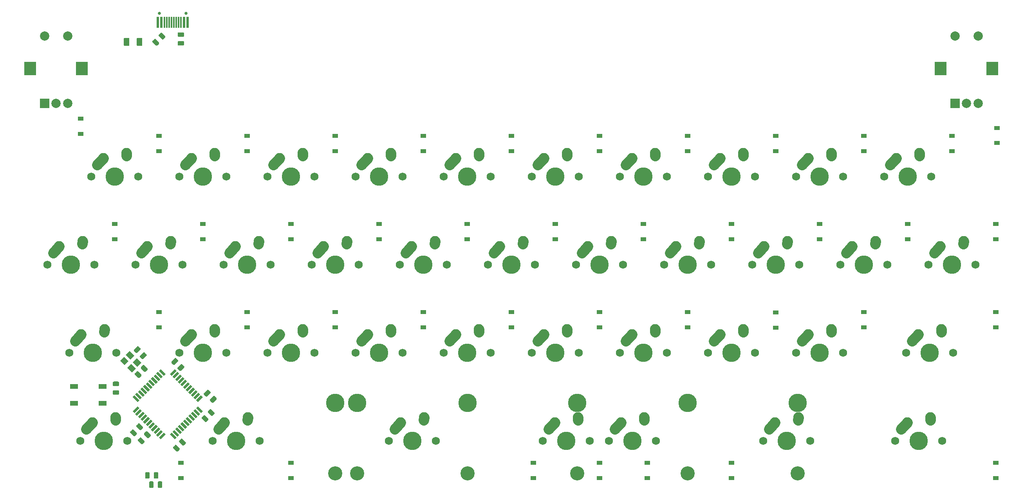
<source format=gbr>
G04 #@! TF.GenerationSoftware,KiCad,Pcbnew,(5.1.5)-3*
G04 #@! TF.CreationDate,2020-09-23T00:09:50-07:00*
G04 #@! TF.ProjectId,keyboard,6b657962-6f61-4726-942e-6b696361645f,rev?*
G04 #@! TF.SameCoordinates,Original*
G04 #@! TF.FileFunction,Soldermask,Bot*
G04 #@! TF.FilePolarity,Negative*
%FSLAX46Y46*%
G04 Gerber Fmt 4.6, Leading zero omitted, Abs format (unit mm)*
G04 Created by KiCad (PCBNEW (5.1.5)-3) date 2020-09-23 00:09:50*
%MOMM*%
%LPD*%
G04 APERTURE LIST*
%ADD10R,2.000000X2.000000*%
%ADD11C,2.000000*%
%ADD12R,2.500000X3.000000*%
%ADD13R,1.200000X0.900000*%
%ADD14C,0.100000*%
%ADD15C,2.250000*%
%ADD16C,2.250000*%
%ADD17C,3.987800*%
%ADD18C,1.750000*%
%ADD19C,3.048000*%
%ADD20C,0.650000*%
%ADD21R,0.300000X2.450000*%
%ADD22R,0.600000X2.450000*%
%ADD23R,1.800000X1.100000*%
G04 APERTURE END LIST*
D10*
X141962500Y16668750D03*
D11*
X144462500Y16668750D03*
X146962500Y16668750D03*
D12*
X138862500Y24168750D03*
X150062500Y24168750D03*
D11*
X141962500Y31168750D03*
X146962500Y31168750D03*
D13*
X347875000Y11350000D03*
X347875000Y8050000D03*
X149800000Y13325000D03*
X149800000Y10025000D03*
D10*
X338812500Y16668750D03*
D11*
X341312500Y16668750D03*
X343812500Y16668750D03*
D12*
X335712500Y24168750D03*
X346912500Y24168750D03*
D11*
X338812500Y31168750D03*
X343812500Y31168750D03*
D14*
G36*
X170298326Y-38417873D02*
G01*
X170321987Y-38421383D01*
X170345191Y-38427195D01*
X170367713Y-38435253D01*
X170389337Y-38445481D01*
X170409854Y-38457778D01*
X170429067Y-38472028D01*
X170446791Y-38488092D01*
X170791506Y-38832807D01*
X170807570Y-38850531D01*
X170821820Y-38869744D01*
X170834117Y-38890261D01*
X170844345Y-38911885D01*
X170852403Y-38934407D01*
X170858215Y-38957611D01*
X170861725Y-38981272D01*
X170862899Y-39005164D01*
X170861725Y-39029056D01*
X170858215Y-39052717D01*
X170852403Y-39075921D01*
X170844345Y-39098443D01*
X170834117Y-39120067D01*
X170821820Y-39140584D01*
X170807570Y-39159797D01*
X170791506Y-39177521D01*
X170146271Y-39822756D01*
X170128547Y-39838820D01*
X170109334Y-39853070D01*
X170088817Y-39865367D01*
X170067193Y-39875595D01*
X170044671Y-39883653D01*
X170021467Y-39889465D01*
X169997806Y-39892975D01*
X169973914Y-39894149D01*
X169950022Y-39892975D01*
X169926361Y-39889465D01*
X169903157Y-39883653D01*
X169880635Y-39875595D01*
X169859011Y-39865367D01*
X169838494Y-39853070D01*
X169819281Y-39838820D01*
X169801557Y-39822756D01*
X169456842Y-39478041D01*
X169440778Y-39460317D01*
X169426528Y-39441104D01*
X169414231Y-39420587D01*
X169404003Y-39398963D01*
X169395945Y-39376441D01*
X169390133Y-39353237D01*
X169386623Y-39329576D01*
X169385449Y-39305684D01*
X169386623Y-39281792D01*
X169390133Y-39258131D01*
X169395945Y-39234927D01*
X169404003Y-39212405D01*
X169414231Y-39190781D01*
X169426528Y-39170264D01*
X169440778Y-39151051D01*
X169456842Y-39133327D01*
X170102077Y-38488092D01*
X170119801Y-38472028D01*
X170139014Y-38457778D01*
X170159531Y-38445481D01*
X170181155Y-38435253D01*
X170203677Y-38427195D01*
X170226881Y-38421383D01*
X170250542Y-38417873D01*
X170274434Y-38416699D01*
X170298326Y-38417873D01*
G37*
G36*
X171624152Y-39743699D02*
G01*
X171647813Y-39747209D01*
X171671017Y-39753021D01*
X171693539Y-39761079D01*
X171715163Y-39771307D01*
X171735680Y-39783604D01*
X171754893Y-39797854D01*
X171772617Y-39813918D01*
X172117332Y-40158633D01*
X172133396Y-40176357D01*
X172147646Y-40195570D01*
X172159943Y-40216087D01*
X172170171Y-40237711D01*
X172178229Y-40260233D01*
X172184041Y-40283437D01*
X172187551Y-40307098D01*
X172188725Y-40330990D01*
X172187551Y-40354882D01*
X172184041Y-40378543D01*
X172178229Y-40401747D01*
X172170171Y-40424269D01*
X172159943Y-40445893D01*
X172147646Y-40466410D01*
X172133396Y-40485623D01*
X172117332Y-40503347D01*
X171472097Y-41148582D01*
X171454373Y-41164646D01*
X171435160Y-41178896D01*
X171414643Y-41191193D01*
X171393019Y-41201421D01*
X171370497Y-41209479D01*
X171347293Y-41215291D01*
X171323632Y-41218801D01*
X171299740Y-41219975D01*
X171275848Y-41218801D01*
X171252187Y-41215291D01*
X171228983Y-41209479D01*
X171206461Y-41201421D01*
X171184837Y-41191193D01*
X171164320Y-41178896D01*
X171145107Y-41164646D01*
X171127383Y-41148582D01*
X170782668Y-40803867D01*
X170766604Y-40786143D01*
X170752354Y-40766930D01*
X170740057Y-40746413D01*
X170729829Y-40724789D01*
X170721771Y-40702267D01*
X170715959Y-40679063D01*
X170712449Y-40655402D01*
X170711275Y-40631510D01*
X170712449Y-40607618D01*
X170715959Y-40583957D01*
X170721771Y-40560753D01*
X170729829Y-40538231D01*
X170740057Y-40516607D01*
X170752354Y-40496090D01*
X170766604Y-40476877D01*
X170782668Y-40459153D01*
X171427903Y-39813918D01*
X171445627Y-39797854D01*
X171464840Y-39783604D01*
X171485357Y-39771307D01*
X171506981Y-39761079D01*
X171529503Y-39753021D01*
X171552707Y-39747209D01*
X171576368Y-39743699D01*
X171600260Y-39742525D01*
X171624152Y-39743699D01*
G37*
D15*
X178712500Y-32806250D02*
X178752500Y-32226250D01*
D16*
X178752500Y-32226250D03*
D15*
X172402500Y-34766250D02*
X173712502Y-33306250D01*
D17*
X176212500Y-37306250D03*
D16*
X173712500Y-33306250D03*
D18*
X171132500Y-37306250D03*
X181292500Y-37306250D03*
D15*
X254912500Y5293750D02*
X254952500Y5873750D01*
D16*
X254952500Y5873750D03*
D15*
X248602500Y3333750D02*
X249912502Y4793750D01*
D17*
X252412500Y793750D03*
D16*
X249912500Y4793750D03*
D18*
X247332500Y793750D03*
X257492500Y793750D03*
D15*
X197762500Y-32806250D02*
X197802500Y-32226250D01*
D16*
X197802500Y-32226250D03*
D15*
X191452500Y-34766250D02*
X192762502Y-33306250D01*
D17*
X195262500Y-37306250D03*
D16*
X192762500Y-33306250D03*
D18*
X190182500Y-37306250D03*
X200342500Y-37306250D03*
D15*
X178712500Y5293750D02*
X178752500Y5873750D01*
D16*
X178752500Y5873750D03*
D15*
X172402500Y3333750D02*
X173712502Y4793750D01*
D17*
X176212500Y793750D03*
D16*
X173712500Y4793750D03*
D18*
X171132500Y793750D03*
X181292500Y793750D03*
D15*
X235862500Y-32806250D02*
X235902500Y-32226250D01*
D16*
X235902500Y-32226250D03*
D15*
X229552500Y-34766250D02*
X230862502Y-33306250D01*
D17*
X233362500Y-37306250D03*
D16*
X230862500Y-33306250D03*
D18*
X228282500Y-37306250D03*
X238442500Y-37306250D03*
D15*
X273962500Y5293750D02*
X274002500Y5873750D01*
D16*
X274002500Y5873750D03*
D15*
X267652500Y3333750D02*
X268962502Y4793750D01*
D17*
X271462500Y793750D03*
D16*
X268962500Y4793750D03*
D18*
X266382500Y793750D03*
X276542500Y793750D03*
D15*
X150137500Y-13756250D02*
X150177500Y-13176250D01*
D16*
X150177500Y-13176250D03*
D15*
X143827500Y-15716250D02*
X145137502Y-14256250D01*
D17*
X147637500Y-18256250D03*
D16*
X145137500Y-14256250D03*
D18*
X142557500Y-18256250D03*
X152717500Y-18256250D03*
D15*
X235862500Y5293750D02*
X235902500Y5873750D01*
D16*
X235902500Y5873750D03*
D15*
X229552500Y3333750D02*
X230862502Y4793750D01*
D17*
X233362500Y793750D03*
D16*
X230862500Y4793750D03*
D18*
X228282500Y793750D03*
X238442500Y793750D03*
D15*
X185856250Y-51856250D02*
X185896250Y-51276250D01*
D16*
X185896250Y-51276250D03*
D15*
X179546250Y-53816250D02*
X180856252Y-52356250D01*
D17*
X183356250Y-56356250D03*
D16*
X180856250Y-52356250D03*
D18*
X178276250Y-56356250D03*
X188436250Y-56356250D03*
D15*
X223956250Y-51856250D02*
X223996250Y-51276250D01*
D16*
X223996250Y-51276250D03*
D15*
X217646250Y-53816250D02*
X218956252Y-52356250D01*
D17*
X221456250Y-56356250D03*
D16*
X218956250Y-52356250D03*
D18*
X216376250Y-56356250D03*
X226536250Y-56356250D03*
D19*
X209518250Y-63341250D03*
X233394250Y-63341250D03*
D17*
X209518250Y-48101250D03*
X233394250Y-48101250D03*
D15*
X271581250Y-51856250D02*
X271621250Y-51276250D01*
D16*
X271621250Y-51276250D03*
D15*
X265271250Y-53816250D02*
X266581252Y-52356250D01*
D17*
X269081250Y-56356250D03*
D16*
X266581250Y-52356250D03*
D18*
X264001250Y-56356250D03*
X274161250Y-56356250D03*
D19*
X257143250Y-63341250D03*
X281019250Y-63341250D03*
D17*
X257143250Y-48101250D03*
X281019250Y-48101250D03*
D15*
X304918750Y-51856250D02*
X304958750Y-51276250D01*
D16*
X304958750Y-51276250D03*
D15*
X298608750Y-53816250D02*
X299918752Y-52356250D01*
D17*
X302418750Y-56356250D03*
D16*
X299918750Y-52356250D03*
D18*
X297338750Y-56356250D03*
X307498750Y-56356250D03*
D15*
X257293750Y-51856250D02*
X257333750Y-51276250D01*
D16*
X257333750Y-51276250D03*
D15*
X250983750Y-53816250D02*
X252293752Y-52356250D01*
D17*
X254793750Y-56356250D03*
D16*
X252293750Y-52356250D03*
D18*
X249713750Y-56356250D03*
X259873750Y-56356250D03*
D19*
X204793850Y-63341250D03*
X304793650Y-63341250D03*
D17*
X204793850Y-48101250D03*
X304793650Y-48101250D03*
D15*
X335875000Y-32806250D02*
X335915000Y-32226250D01*
D16*
X335915000Y-32226250D03*
D15*
X329565000Y-34766250D02*
X330875002Y-33306250D01*
D17*
X333375000Y-37306250D03*
D16*
X330875000Y-33306250D03*
D18*
X328295000Y-37306250D03*
X338455000Y-37306250D03*
D15*
X154900000Y-32806250D02*
X154940000Y-32226250D01*
D16*
X154940000Y-32226250D03*
D15*
X148590000Y-34766250D02*
X149900002Y-33306250D01*
D17*
X152400000Y-37306250D03*
D16*
X149900000Y-33306250D03*
D18*
X147320000Y-37306250D03*
X157480000Y-37306250D03*
D15*
X188237500Y-13756250D02*
X188277500Y-13176250D01*
D16*
X188277500Y-13176250D03*
D15*
X181927500Y-15716250D02*
X183237502Y-14256250D01*
D17*
X185737500Y-18256250D03*
D16*
X183237500Y-14256250D03*
D18*
X180657500Y-18256250D03*
X190817500Y-18256250D03*
D15*
X216812500Y5293750D02*
X216852500Y5873750D01*
D16*
X216852500Y5873750D03*
D15*
X210502500Y3333750D02*
X211812502Y4793750D01*
D17*
X214312500Y793750D03*
D16*
X211812500Y4793750D03*
D18*
X209232500Y793750D03*
X219392500Y793750D03*
D15*
X159662500Y5293750D02*
X159702500Y5873750D01*
D16*
X159702500Y5873750D03*
D15*
X153352500Y3333750D02*
X154662502Y4793750D01*
D17*
X157162500Y793750D03*
D16*
X154662500Y4793750D03*
D18*
X152082500Y793750D03*
X162242500Y793750D03*
D15*
X312062500Y-32806250D02*
X312102500Y-32226250D01*
D16*
X312102500Y-32226250D03*
D15*
X305752500Y-34766250D02*
X307062502Y-33306250D01*
D17*
X309562500Y-37306250D03*
D16*
X307062500Y-33306250D03*
D18*
X304482500Y-37306250D03*
X314642500Y-37306250D03*
D15*
X331112500Y5293750D02*
X331152500Y5873750D01*
D16*
X331152500Y5873750D03*
D15*
X324802500Y3333750D02*
X326112502Y4793750D01*
D17*
X328612500Y793750D03*
D16*
X326112500Y4793750D03*
D18*
X323532500Y793750D03*
X333692500Y793750D03*
D15*
X312062500Y5293750D02*
X312102500Y5873750D01*
D16*
X312102500Y5873750D03*
D15*
X305752500Y3333750D02*
X307062502Y4793750D01*
D17*
X309562500Y793750D03*
D16*
X307062500Y4793750D03*
D18*
X304482500Y793750D03*
X314642500Y793750D03*
D15*
X273962500Y-32806250D02*
X274002500Y-32226250D01*
D16*
X274002500Y-32226250D03*
D15*
X267652500Y-34766250D02*
X268962502Y-33306250D01*
D17*
X271462500Y-37306250D03*
D16*
X268962500Y-33306250D03*
D18*
X266382500Y-37306250D03*
X276542500Y-37306250D03*
D15*
X333493750Y-51856250D02*
X333533750Y-51276250D01*
D16*
X333533750Y-51276250D03*
D15*
X327183750Y-53816250D02*
X328493752Y-52356250D01*
D17*
X330993750Y-56356250D03*
D16*
X328493750Y-52356250D03*
D18*
X325913750Y-56356250D03*
X336073750Y-56356250D03*
D15*
X293012500Y-32806250D02*
X293052500Y-32226250D01*
D16*
X293052500Y-32226250D03*
D15*
X286702500Y-34766250D02*
X288012502Y-33306250D01*
D17*
X290512500Y-37306250D03*
D16*
X288012500Y-33306250D03*
D18*
X285432500Y-37306250D03*
X295592500Y-37306250D03*
D15*
X157281250Y-51856250D02*
X157321250Y-51276250D01*
D16*
X157321250Y-51276250D03*
D15*
X150971250Y-53816250D02*
X152281252Y-52356250D01*
D17*
X154781250Y-56356250D03*
D16*
X152281250Y-52356250D03*
D18*
X149701250Y-56356250D03*
X159861250Y-56356250D03*
D15*
X321587500Y-13756250D02*
X321627500Y-13176250D01*
D16*
X321627500Y-13176250D03*
D15*
X315277500Y-15716250D02*
X316587502Y-14256250D01*
D17*
X319087500Y-18256250D03*
D16*
X316587500Y-14256250D03*
D18*
X314007500Y-18256250D03*
X324167500Y-18256250D03*
D15*
X302537500Y-13756250D02*
X302577500Y-13176250D01*
D16*
X302577500Y-13176250D03*
D15*
X296227500Y-15716250D02*
X297537502Y-14256250D01*
D17*
X300037500Y-18256250D03*
D16*
X297537500Y-14256250D03*
D18*
X294957500Y-18256250D03*
X305117500Y-18256250D03*
D15*
X283487500Y-13756250D02*
X283527500Y-13176250D01*
D16*
X283527500Y-13176250D03*
D15*
X277177500Y-15716250D02*
X278487502Y-14256250D01*
D17*
X280987500Y-18256250D03*
D16*
X278487500Y-14256250D03*
D18*
X275907500Y-18256250D03*
X286067500Y-18256250D03*
D15*
X293012500Y5293750D02*
X293052500Y5873750D01*
D16*
X293052500Y5873750D03*
D15*
X286702500Y3333750D02*
X288012502Y4793750D01*
D17*
X290512500Y793750D03*
D16*
X288012500Y4793750D03*
D18*
X285432500Y793750D03*
X295592500Y793750D03*
D15*
X264437500Y-13756250D02*
X264477500Y-13176250D01*
D16*
X264477500Y-13176250D03*
D15*
X258127500Y-15716250D02*
X259437502Y-14256250D01*
D17*
X261937500Y-18256250D03*
D16*
X259437500Y-14256250D03*
D18*
X256857500Y-18256250D03*
X267017500Y-18256250D03*
D15*
X245387500Y-13756250D02*
X245427500Y-13176250D01*
D16*
X245427500Y-13176250D03*
D15*
X239077500Y-15716250D02*
X240387502Y-14256250D01*
D17*
X242887500Y-18256250D03*
D16*
X240387500Y-14256250D03*
D18*
X237807500Y-18256250D03*
X247967500Y-18256250D03*
D15*
X226337500Y-13756250D02*
X226377500Y-13176250D01*
D16*
X226377500Y-13176250D03*
D15*
X220027500Y-15716250D02*
X221337502Y-14256250D01*
D17*
X223837500Y-18256250D03*
D16*
X221337500Y-14256250D03*
D18*
X218757500Y-18256250D03*
X228917500Y-18256250D03*
D15*
X197762500Y5293750D02*
X197802500Y5873750D01*
D16*
X197802500Y5873750D03*
D15*
X191452500Y3333750D02*
X192762502Y4793750D01*
D17*
X195262500Y793750D03*
D16*
X192762500Y4793750D03*
D18*
X190182500Y793750D03*
X200342500Y793750D03*
D15*
X207287500Y-13756250D02*
X207327500Y-13176250D01*
D16*
X207327500Y-13176250D03*
D15*
X200977500Y-15716250D02*
X202287502Y-14256250D01*
D17*
X204787500Y-18256250D03*
D16*
X202287500Y-14256250D03*
D18*
X199707500Y-18256250D03*
X209867500Y-18256250D03*
D15*
X216812500Y-32806250D02*
X216852500Y-32226250D01*
D16*
X216852500Y-32226250D03*
D15*
X210502500Y-34766250D02*
X211812502Y-33306250D01*
D17*
X214312500Y-37306250D03*
D16*
X211812500Y-33306250D03*
D18*
X209232500Y-37306250D03*
X219392500Y-37306250D03*
D15*
X254912500Y-32806250D02*
X254952500Y-32226250D01*
D16*
X254952500Y-32226250D03*
D15*
X248602500Y-34766250D02*
X249912502Y-33306250D01*
D17*
X252412500Y-37306250D03*
D16*
X249912500Y-33306250D03*
D18*
X247332500Y-37306250D03*
X257492500Y-37306250D03*
D15*
X340637500Y-13756250D02*
X340677500Y-13176250D01*
D16*
X340677500Y-13176250D03*
D15*
X334327500Y-15716250D02*
X335637502Y-14256250D01*
D17*
X338137500Y-18256250D03*
D16*
X335637500Y-14256250D03*
D18*
X333057500Y-18256250D03*
X343217500Y-18256250D03*
D15*
X169187500Y-13756250D02*
X169227500Y-13176250D01*
D16*
X169227500Y-13176250D03*
D15*
X162877500Y-15716250D02*
X164187502Y-14256250D01*
D17*
X166687500Y-18256250D03*
D16*
X164187500Y-14256250D03*
D18*
X161607500Y-18256250D03*
X171767500Y-18256250D03*
D14*
G36*
X158301903Y-38952512D02*
G01*
X159150431Y-38103984D01*
X160140381Y-39093934D01*
X159291853Y-39942462D01*
X158301903Y-38952512D01*
G37*
G36*
X159857538Y-40508147D02*
G01*
X160706066Y-39659619D01*
X161696016Y-40649569D01*
X160847488Y-41498097D01*
X159857538Y-40508147D01*
G37*
G36*
X161059619Y-39306066D02*
G01*
X161908147Y-38457538D01*
X162898097Y-39447488D01*
X162049569Y-40296016D01*
X161059619Y-39306066D01*
G37*
G36*
X159503984Y-37750431D02*
G01*
X160352512Y-36901903D01*
X161342462Y-37891853D01*
X160493934Y-38740381D01*
X159503984Y-37750431D01*
G37*
D20*
X166800000Y36095000D03*
X172580000Y36095000D03*
D21*
X169440000Y34150000D03*
X169940000Y34150000D03*
X170440000Y34150000D03*
X168940000Y34150000D03*
X170940000Y34150000D03*
X168440000Y34150000D03*
X171440000Y34150000D03*
X167940000Y34150000D03*
D22*
X167240000Y34150000D03*
X172140000Y34150000D03*
X166465000Y34150000D03*
X172915000Y34150000D03*
D14*
G36*
X167062042Y-55983720D02*
G01*
X166673134Y-55594812D01*
X167733794Y-54534152D01*
X168122702Y-54923060D01*
X167062042Y-55983720D01*
G37*
G36*
X166496357Y-55418034D02*
G01*
X166107449Y-55029126D01*
X167168109Y-53968466D01*
X167557017Y-54357374D01*
X166496357Y-55418034D01*
G37*
G36*
X165930672Y-54852349D02*
G01*
X165541764Y-54463441D01*
X166602424Y-53402781D01*
X166991332Y-53791689D01*
X165930672Y-54852349D01*
G37*
G36*
X165364986Y-54286664D02*
G01*
X164976078Y-53897756D01*
X166036738Y-52837096D01*
X166425646Y-53226004D01*
X165364986Y-54286664D01*
G37*
G36*
X164799301Y-53720978D02*
G01*
X164410393Y-53332070D01*
X165471053Y-52271410D01*
X165859961Y-52660318D01*
X164799301Y-53720978D01*
G37*
G36*
X164233615Y-53155293D02*
G01*
X163844707Y-52766385D01*
X164905367Y-51705725D01*
X165294275Y-52094633D01*
X164233615Y-53155293D01*
G37*
G36*
X163667930Y-52589607D02*
G01*
X163279022Y-52200699D01*
X164339682Y-51140039D01*
X164728590Y-51528947D01*
X163667930Y-52589607D01*
G37*
G36*
X163102244Y-52023922D02*
G01*
X162713336Y-51635014D01*
X163773996Y-50574354D01*
X164162904Y-50963262D01*
X163102244Y-52023922D01*
G37*
G36*
X162536559Y-51458236D02*
G01*
X162147651Y-51069328D01*
X163208311Y-50008668D01*
X163597219Y-50397576D01*
X162536559Y-51458236D01*
G37*
G36*
X161970874Y-50892551D02*
G01*
X161581966Y-50503643D01*
X162642626Y-49442983D01*
X163031534Y-49831891D01*
X161970874Y-50892551D01*
G37*
G36*
X161405188Y-50326866D02*
G01*
X161016280Y-49937958D01*
X162076940Y-48877298D01*
X162465848Y-49266206D01*
X161405188Y-50326866D01*
G37*
G36*
X161016280Y-46862042D02*
G01*
X161405188Y-46473134D01*
X162465848Y-47533794D01*
X162076940Y-47922702D01*
X161016280Y-46862042D01*
G37*
G36*
X161581966Y-46296357D02*
G01*
X161970874Y-45907449D01*
X163031534Y-46968109D01*
X162642626Y-47357017D01*
X161581966Y-46296357D01*
G37*
G36*
X162147651Y-45730672D02*
G01*
X162536559Y-45341764D01*
X163597219Y-46402424D01*
X163208311Y-46791332D01*
X162147651Y-45730672D01*
G37*
G36*
X162713336Y-45164986D02*
G01*
X163102244Y-44776078D01*
X164162904Y-45836738D01*
X163773996Y-46225646D01*
X162713336Y-45164986D01*
G37*
G36*
X163279022Y-44599301D02*
G01*
X163667930Y-44210393D01*
X164728590Y-45271053D01*
X164339682Y-45659961D01*
X163279022Y-44599301D01*
G37*
G36*
X163844707Y-44033615D02*
G01*
X164233615Y-43644707D01*
X165294275Y-44705367D01*
X164905367Y-45094275D01*
X163844707Y-44033615D01*
G37*
G36*
X164410393Y-43467930D02*
G01*
X164799301Y-43079022D01*
X165859961Y-44139682D01*
X165471053Y-44528590D01*
X164410393Y-43467930D01*
G37*
G36*
X164976078Y-42902244D02*
G01*
X165364986Y-42513336D01*
X166425646Y-43573996D01*
X166036738Y-43962904D01*
X164976078Y-42902244D01*
G37*
G36*
X165541764Y-42336559D02*
G01*
X165930672Y-41947651D01*
X166991332Y-43008311D01*
X166602424Y-43397219D01*
X165541764Y-42336559D01*
G37*
G36*
X166107449Y-41770874D02*
G01*
X166496357Y-41381966D01*
X167557017Y-42442626D01*
X167168109Y-42831534D01*
X166107449Y-41770874D01*
G37*
G36*
X166673134Y-41205188D02*
G01*
X167062042Y-40816280D01*
X168122702Y-41876940D01*
X167733794Y-42265848D01*
X166673134Y-41205188D01*
G37*
G36*
X169466206Y-42265848D02*
G01*
X169077298Y-41876940D01*
X170137958Y-40816280D01*
X170526866Y-41205188D01*
X169466206Y-42265848D01*
G37*
G36*
X170031891Y-42831534D02*
G01*
X169642983Y-42442626D01*
X170703643Y-41381966D01*
X171092551Y-41770874D01*
X170031891Y-42831534D01*
G37*
G36*
X170597576Y-43397219D02*
G01*
X170208668Y-43008311D01*
X171269328Y-41947651D01*
X171658236Y-42336559D01*
X170597576Y-43397219D01*
G37*
G36*
X171163262Y-43962904D02*
G01*
X170774354Y-43573996D01*
X171835014Y-42513336D01*
X172223922Y-42902244D01*
X171163262Y-43962904D01*
G37*
G36*
X171728947Y-44528590D02*
G01*
X171340039Y-44139682D01*
X172400699Y-43079022D01*
X172789607Y-43467930D01*
X171728947Y-44528590D01*
G37*
G36*
X172294633Y-45094275D02*
G01*
X171905725Y-44705367D01*
X172966385Y-43644707D01*
X173355293Y-44033615D01*
X172294633Y-45094275D01*
G37*
G36*
X172860318Y-45659961D02*
G01*
X172471410Y-45271053D01*
X173532070Y-44210393D01*
X173920978Y-44599301D01*
X172860318Y-45659961D01*
G37*
G36*
X173426004Y-46225646D02*
G01*
X173037096Y-45836738D01*
X174097756Y-44776078D01*
X174486664Y-45164986D01*
X173426004Y-46225646D01*
G37*
G36*
X173991689Y-46791332D02*
G01*
X173602781Y-46402424D01*
X174663441Y-45341764D01*
X175052349Y-45730672D01*
X173991689Y-46791332D01*
G37*
G36*
X174557374Y-47357017D02*
G01*
X174168466Y-46968109D01*
X175229126Y-45907449D01*
X175618034Y-46296357D01*
X174557374Y-47357017D01*
G37*
G36*
X175123060Y-47922702D02*
G01*
X174734152Y-47533794D01*
X175794812Y-46473134D01*
X176183720Y-46862042D01*
X175123060Y-47922702D01*
G37*
G36*
X174734152Y-49266206D02*
G01*
X175123060Y-48877298D01*
X176183720Y-49937958D01*
X175794812Y-50326866D01*
X174734152Y-49266206D01*
G37*
G36*
X174168466Y-49831891D02*
G01*
X174557374Y-49442983D01*
X175618034Y-50503643D01*
X175229126Y-50892551D01*
X174168466Y-49831891D01*
G37*
G36*
X173602781Y-50397576D02*
G01*
X173991689Y-50008668D01*
X175052349Y-51069328D01*
X174663441Y-51458236D01*
X173602781Y-50397576D01*
G37*
G36*
X173037096Y-50963262D02*
G01*
X173426004Y-50574354D01*
X174486664Y-51635014D01*
X174097756Y-52023922D01*
X173037096Y-50963262D01*
G37*
G36*
X172471410Y-51528947D02*
G01*
X172860318Y-51140039D01*
X173920978Y-52200699D01*
X173532070Y-52589607D01*
X172471410Y-51528947D01*
G37*
G36*
X171905725Y-52094633D02*
G01*
X172294633Y-51705725D01*
X173355293Y-52766385D01*
X172966385Y-53155293D01*
X171905725Y-52094633D01*
G37*
G36*
X171340039Y-52660318D02*
G01*
X171728947Y-52271410D01*
X172789607Y-53332070D01*
X172400699Y-53720978D01*
X171340039Y-52660318D01*
G37*
G36*
X170774354Y-53226004D02*
G01*
X171163262Y-52837096D01*
X172223922Y-53897756D01*
X171835014Y-54286664D01*
X170774354Y-53226004D01*
G37*
G36*
X170208668Y-53791689D02*
G01*
X170597576Y-53402781D01*
X171658236Y-54463441D01*
X171269328Y-54852349D01*
X170208668Y-53791689D01*
G37*
G36*
X169642983Y-54357374D02*
G01*
X170031891Y-53968466D01*
X171092551Y-55029126D01*
X170703643Y-55418034D01*
X169642983Y-54357374D01*
G37*
G36*
X169077298Y-54923060D02*
G01*
X169466206Y-54534152D01*
X170526866Y-55594812D01*
X170137958Y-55983720D01*
X169077298Y-54923060D01*
G37*
D23*
X148300000Y-48250000D03*
X154500000Y-44550000D03*
X148300000Y-44550000D03*
X154500000Y-48250000D03*
D14*
G36*
X171920142Y32006326D02*
G01*
X171943803Y32002816D01*
X171967007Y31997004D01*
X171989529Y31988946D01*
X172011153Y31978718D01*
X172031670Y31966421D01*
X172050883Y31952171D01*
X172068607Y31936107D01*
X172084671Y31918383D01*
X172098921Y31899170D01*
X172111218Y31878653D01*
X172121446Y31857029D01*
X172129504Y31834507D01*
X172135316Y31811303D01*
X172138826Y31787642D01*
X172140000Y31763750D01*
X172140000Y31276250D01*
X172138826Y31252358D01*
X172135316Y31228697D01*
X172129504Y31205493D01*
X172121446Y31182971D01*
X172111218Y31161347D01*
X172098921Y31140830D01*
X172084671Y31121617D01*
X172068607Y31103893D01*
X172050883Y31087829D01*
X172031670Y31073579D01*
X172011153Y31061282D01*
X171989529Y31051054D01*
X171967007Y31042996D01*
X171943803Y31037184D01*
X171920142Y31033674D01*
X171896250Y31032500D01*
X170983750Y31032500D01*
X170959858Y31033674D01*
X170936197Y31037184D01*
X170912993Y31042996D01*
X170890471Y31051054D01*
X170868847Y31061282D01*
X170848330Y31073579D01*
X170829117Y31087829D01*
X170811393Y31103893D01*
X170795329Y31121617D01*
X170781079Y31140830D01*
X170768782Y31161347D01*
X170758554Y31182971D01*
X170750496Y31205493D01*
X170744684Y31228697D01*
X170741174Y31252358D01*
X170740000Y31276250D01*
X170740000Y31763750D01*
X170741174Y31787642D01*
X170744684Y31811303D01*
X170750496Y31834507D01*
X170758554Y31857029D01*
X170768782Y31878653D01*
X170781079Y31899170D01*
X170795329Y31918383D01*
X170811393Y31936107D01*
X170829117Y31952171D01*
X170848330Y31966421D01*
X170868847Y31978718D01*
X170890471Y31988946D01*
X170912993Y31997004D01*
X170936197Y32002816D01*
X170959858Y32006326D01*
X170983750Y32007500D01*
X171896250Y32007500D01*
X171920142Y32006326D01*
G37*
G36*
X171920142Y30131326D02*
G01*
X171943803Y30127816D01*
X171967007Y30122004D01*
X171989529Y30113946D01*
X172011153Y30103718D01*
X172031670Y30091421D01*
X172050883Y30077171D01*
X172068607Y30061107D01*
X172084671Y30043383D01*
X172098921Y30024170D01*
X172111218Y30003653D01*
X172121446Y29982029D01*
X172129504Y29959507D01*
X172135316Y29936303D01*
X172138826Y29912642D01*
X172140000Y29888750D01*
X172140000Y29401250D01*
X172138826Y29377358D01*
X172135316Y29353697D01*
X172129504Y29330493D01*
X172121446Y29307971D01*
X172111218Y29286347D01*
X172098921Y29265830D01*
X172084671Y29246617D01*
X172068607Y29228893D01*
X172050883Y29212829D01*
X172031670Y29198579D01*
X172011153Y29186282D01*
X171989529Y29176054D01*
X171967007Y29167996D01*
X171943803Y29162184D01*
X171920142Y29158674D01*
X171896250Y29157500D01*
X170983750Y29157500D01*
X170959858Y29158674D01*
X170936197Y29162184D01*
X170912993Y29167996D01*
X170890471Y29176054D01*
X170868847Y29186282D01*
X170848330Y29198579D01*
X170829117Y29212829D01*
X170811393Y29228893D01*
X170795329Y29246617D01*
X170781079Y29265830D01*
X170768782Y29286347D01*
X170758554Y29307971D01*
X170750496Y29330493D01*
X170744684Y29353697D01*
X170741174Y29377358D01*
X170740000Y29401250D01*
X170740000Y29888750D01*
X170741174Y29912642D01*
X170744684Y29936303D01*
X170750496Y29959507D01*
X170758554Y29982029D01*
X170768782Y30003653D01*
X170781079Y30024170D01*
X170795329Y30043383D01*
X170811393Y30061107D01*
X170829117Y30077171D01*
X170848330Y30091421D01*
X170868847Y30103718D01*
X170890471Y30113946D01*
X170912993Y30122004D01*
X170936197Y30127816D01*
X170959858Y30131326D01*
X170983750Y30132500D01*
X171896250Y30132500D01*
X171920142Y30131326D01*
G37*
G36*
X167213632Y31932551D02*
G01*
X167237293Y31929041D01*
X167260497Y31923229D01*
X167283019Y31915171D01*
X167304643Y31904943D01*
X167325160Y31892646D01*
X167344373Y31878396D01*
X167362097Y31862332D01*
X168007332Y31217097D01*
X168023396Y31199373D01*
X168037646Y31180160D01*
X168049943Y31159643D01*
X168060171Y31138019D01*
X168068229Y31115497D01*
X168074041Y31092293D01*
X168077551Y31068632D01*
X168078725Y31044740D01*
X168077551Y31020848D01*
X168074041Y30997187D01*
X168068229Y30973983D01*
X168060171Y30951461D01*
X168049943Y30929837D01*
X168037646Y30909320D01*
X168023396Y30890107D01*
X168007332Y30872383D01*
X167662617Y30527668D01*
X167644893Y30511604D01*
X167625680Y30497354D01*
X167605163Y30485057D01*
X167583539Y30474829D01*
X167561017Y30466771D01*
X167537813Y30460959D01*
X167514152Y30457449D01*
X167490260Y30456275D01*
X167466368Y30457449D01*
X167442707Y30460959D01*
X167419503Y30466771D01*
X167396981Y30474829D01*
X167375357Y30485057D01*
X167354840Y30497354D01*
X167335627Y30511604D01*
X167317903Y30527668D01*
X166672668Y31172903D01*
X166656604Y31190627D01*
X166642354Y31209840D01*
X166630057Y31230357D01*
X166619829Y31251981D01*
X166611771Y31274503D01*
X166605959Y31297707D01*
X166602449Y31321368D01*
X166601275Y31345260D01*
X166602449Y31369152D01*
X166605959Y31392813D01*
X166611771Y31416017D01*
X166619829Y31438539D01*
X166630057Y31460163D01*
X166642354Y31480680D01*
X166656604Y31499893D01*
X166672668Y31517617D01*
X167017383Y31862332D01*
X167035107Y31878396D01*
X167054320Y31892646D01*
X167074837Y31904943D01*
X167096461Y31915171D01*
X167118983Y31923229D01*
X167142187Y31929041D01*
X167165848Y31932551D01*
X167189740Y31933725D01*
X167213632Y31932551D01*
G37*
G36*
X165887806Y30606725D02*
G01*
X165911467Y30603215D01*
X165934671Y30597403D01*
X165957193Y30589345D01*
X165978817Y30579117D01*
X165999334Y30566820D01*
X166018547Y30552570D01*
X166036271Y30536506D01*
X166681506Y29891271D01*
X166697570Y29873547D01*
X166711820Y29854334D01*
X166724117Y29833817D01*
X166734345Y29812193D01*
X166742403Y29789671D01*
X166748215Y29766467D01*
X166751725Y29742806D01*
X166752899Y29718914D01*
X166751725Y29695022D01*
X166748215Y29671361D01*
X166742403Y29648157D01*
X166734345Y29625635D01*
X166724117Y29604011D01*
X166711820Y29583494D01*
X166697570Y29564281D01*
X166681506Y29546557D01*
X166336791Y29201842D01*
X166319067Y29185778D01*
X166299854Y29171528D01*
X166279337Y29159231D01*
X166257713Y29149003D01*
X166235191Y29140945D01*
X166211987Y29135133D01*
X166188326Y29131623D01*
X166164434Y29130449D01*
X166140542Y29131623D01*
X166116881Y29135133D01*
X166093677Y29140945D01*
X166071155Y29149003D01*
X166049531Y29159231D01*
X166029014Y29171528D01*
X166009801Y29185778D01*
X165992077Y29201842D01*
X165346842Y29847077D01*
X165330778Y29864801D01*
X165316528Y29884014D01*
X165304231Y29904531D01*
X165294003Y29926155D01*
X165285945Y29948677D01*
X165280133Y29971881D01*
X165276623Y29995542D01*
X165275449Y30019434D01*
X165276623Y30043326D01*
X165280133Y30066987D01*
X165285945Y30090191D01*
X165294003Y30112713D01*
X165304231Y30134337D01*
X165316528Y30154854D01*
X165330778Y30174067D01*
X165346842Y30191791D01*
X165691557Y30536506D01*
X165709281Y30552570D01*
X165728494Y30566820D01*
X165749011Y30579117D01*
X165770635Y30589345D01*
X165793157Y30597403D01*
X165816361Y30603215D01*
X165840022Y30606725D01*
X165863914Y30607899D01*
X165887806Y30606725D01*
G37*
G36*
X177311239Y-45287036D02*
G01*
X177334900Y-45290546D01*
X177358104Y-45296358D01*
X177380626Y-45304416D01*
X177402250Y-45314644D01*
X177422767Y-45326941D01*
X177441980Y-45341191D01*
X177459704Y-45357255D01*
X177804419Y-45701970D01*
X177820483Y-45719694D01*
X177834733Y-45738907D01*
X177847030Y-45759424D01*
X177857258Y-45781048D01*
X177865316Y-45803570D01*
X177871128Y-45826774D01*
X177874638Y-45850435D01*
X177875812Y-45874327D01*
X177874638Y-45898219D01*
X177871128Y-45921880D01*
X177865316Y-45945084D01*
X177857258Y-45967606D01*
X177847030Y-45989230D01*
X177834733Y-46009747D01*
X177820483Y-46028960D01*
X177804419Y-46046684D01*
X177159184Y-46691919D01*
X177141460Y-46707983D01*
X177122247Y-46722233D01*
X177101730Y-46734530D01*
X177080106Y-46744758D01*
X177057584Y-46752816D01*
X177034380Y-46758628D01*
X177010719Y-46762138D01*
X176986827Y-46763312D01*
X176962935Y-46762138D01*
X176939274Y-46758628D01*
X176916070Y-46752816D01*
X176893548Y-46744758D01*
X176871924Y-46734530D01*
X176851407Y-46722233D01*
X176832194Y-46707983D01*
X176814470Y-46691919D01*
X176469755Y-46347204D01*
X176453691Y-46329480D01*
X176439441Y-46310267D01*
X176427144Y-46289750D01*
X176416916Y-46268126D01*
X176408858Y-46245604D01*
X176403046Y-46222400D01*
X176399536Y-46198739D01*
X176398362Y-46174847D01*
X176399536Y-46150955D01*
X176403046Y-46127294D01*
X176408858Y-46104090D01*
X176416916Y-46081568D01*
X176427144Y-46059944D01*
X176439441Y-46039427D01*
X176453691Y-46020214D01*
X176469755Y-46002490D01*
X177114990Y-45357255D01*
X177132714Y-45341191D01*
X177151927Y-45326941D01*
X177172444Y-45314644D01*
X177194068Y-45304416D01*
X177216590Y-45296358D01*
X177239794Y-45290546D01*
X177263455Y-45287036D01*
X177287347Y-45285862D01*
X177311239Y-45287036D01*
G37*
G36*
X178637065Y-46612862D02*
G01*
X178660726Y-46616372D01*
X178683930Y-46622184D01*
X178706452Y-46630242D01*
X178728076Y-46640470D01*
X178748593Y-46652767D01*
X178767806Y-46667017D01*
X178785530Y-46683081D01*
X179130245Y-47027796D01*
X179146309Y-47045520D01*
X179160559Y-47064733D01*
X179172856Y-47085250D01*
X179183084Y-47106874D01*
X179191142Y-47129396D01*
X179196954Y-47152600D01*
X179200464Y-47176261D01*
X179201638Y-47200153D01*
X179200464Y-47224045D01*
X179196954Y-47247706D01*
X179191142Y-47270910D01*
X179183084Y-47293432D01*
X179172856Y-47315056D01*
X179160559Y-47335573D01*
X179146309Y-47354786D01*
X179130245Y-47372510D01*
X178485010Y-48017745D01*
X178467286Y-48033809D01*
X178448073Y-48048059D01*
X178427556Y-48060356D01*
X178405932Y-48070584D01*
X178383410Y-48078642D01*
X178360206Y-48084454D01*
X178336545Y-48087964D01*
X178312653Y-48089138D01*
X178288761Y-48087964D01*
X178265100Y-48084454D01*
X178241896Y-48078642D01*
X178219374Y-48070584D01*
X178197750Y-48060356D01*
X178177233Y-48048059D01*
X178158020Y-48033809D01*
X178140296Y-48017745D01*
X177795581Y-47673030D01*
X177779517Y-47655306D01*
X177765267Y-47636093D01*
X177752970Y-47615576D01*
X177742742Y-47593952D01*
X177734684Y-47571430D01*
X177728872Y-47548226D01*
X177725362Y-47524565D01*
X177724188Y-47500673D01*
X177725362Y-47476781D01*
X177728872Y-47453120D01*
X177734684Y-47429916D01*
X177742742Y-47407394D01*
X177752970Y-47385770D01*
X177765267Y-47365253D01*
X177779517Y-47346040D01*
X177795581Y-47328316D01*
X178440816Y-46683081D01*
X178458540Y-46667017D01*
X178477753Y-46652767D01*
X178498270Y-46640470D01*
X178519894Y-46630242D01*
X178542416Y-46622184D01*
X178565620Y-46616372D01*
X178589281Y-46612862D01*
X178613173Y-46611688D01*
X178637065Y-46612862D01*
G37*
G36*
X157880142Y-43513674D02*
G01*
X157903803Y-43517184D01*
X157927007Y-43522996D01*
X157949529Y-43531054D01*
X157971153Y-43541282D01*
X157991670Y-43553579D01*
X158010883Y-43567829D01*
X158028607Y-43583893D01*
X158044671Y-43601617D01*
X158058921Y-43620830D01*
X158071218Y-43641347D01*
X158081446Y-43662971D01*
X158089504Y-43685493D01*
X158095316Y-43708697D01*
X158098826Y-43732358D01*
X158100000Y-43756250D01*
X158100000Y-44243750D01*
X158098826Y-44267642D01*
X158095316Y-44291303D01*
X158089504Y-44314507D01*
X158081446Y-44337029D01*
X158071218Y-44358653D01*
X158058921Y-44379170D01*
X158044671Y-44398383D01*
X158028607Y-44416107D01*
X158010883Y-44432171D01*
X157991670Y-44446421D01*
X157971153Y-44458718D01*
X157949529Y-44468946D01*
X157927007Y-44477004D01*
X157903803Y-44482816D01*
X157880142Y-44486326D01*
X157856250Y-44487500D01*
X156943750Y-44487500D01*
X156919858Y-44486326D01*
X156896197Y-44482816D01*
X156872993Y-44477004D01*
X156850471Y-44468946D01*
X156828847Y-44458718D01*
X156808330Y-44446421D01*
X156789117Y-44432171D01*
X156771393Y-44416107D01*
X156755329Y-44398383D01*
X156741079Y-44379170D01*
X156728782Y-44358653D01*
X156718554Y-44337029D01*
X156710496Y-44314507D01*
X156704684Y-44291303D01*
X156701174Y-44267642D01*
X156700000Y-44243750D01*
X156700000Y-43756250D01*
X156701174Y-43732358D01*
X156704684Y-43708697D01*
X156710496Y-43685493D01*
X156718554Y-43662971D01*
X156728782Y-43641347D01*
X156741079Y-43620830D01*
X156755329Y-43601617D01*
X156771393Y-43583893D01*
X156789117Y-43567829D01*
X156808330Y-43553579D01*
X156828847Y-43541282D01*
X156850471Y-43531054D01*
X156872993Y-43522996D01*
X156896197Y-43517184D01*
X156919858Y-43513674D01*
X156943750Y-43512500D01*
X157856250Y-43512500D01*
X157880142Y-43513674D01*
G37*
G36*
X157880142Y-45388674D02*
G01*
X157903803Y-45392184D01*
X157927007Y-45397996D01*
X157949529Y-45406054D01*
X157971153Y-45416282D01*
X157991670Y-45428579D01*
X158010883Y-45442829D01*
X158028607Y-45458893D01*
X158044671Y-45476617D01*
X158058921Y-45495830D01*
X158071218Y-45516347D01*
X158081446Y-45537971D01*
X158089504Y-45560493D01*
X158095316Y-45583697D01*
X158098826Y-45607358D01*
X158100000Y-45631250D01*
X158100000Y-46118750D01*
X158098826Y-46142642D01*
X158095316Y-46166303D01*
X158089504Y-46189507D01*
X158081446Y-46212029D01*
X158071218Y-46233653D01*
X158058921Y-46254170D01*
X158044671Y-46273383D01*
X158028607Y-46291107D01*
X158010883Y-46307171D01*
X157991670Y-46321421D01*
X157971153Y-46333718D01*
X157949529Y-46343946D01*
X157927007Y-46352004D01*
X157903803Y-46357816D01*
X157880142Y-46361326D01*
X157856250Y-46362500D01*
X156943750Y-46362500D01*
X156919858Y-46361326D01*
X156896197Y-46357816D01*
X156872993Y-46352004D01*
X156850471Y-46343946D01*
X156828847Y-46333718D01*
X156808330Y-46321421D01*
X156789117Y-46307171D01*
X156771393Y-46291107D01*
X156755329Y-46273383D01*
X156741079Y-46254170D01*
X156728782Y-46233653D01*
X156718554Y-46212029D01*
X156710496Y-46189507D01*
X156704684Y-46166303D01*
X156701174Y-46142642D01*
X156700000Y-46118750D01*
X156700000Y-45631250D01*
X156701174Y-45607358D01*
X156704684Y-45583697D01*
X156710496Y-45560493D01*
X156718554Y-45537971D01*
X156728782Y-45516347D01*
X156741079Y-45495830D01*
X156755329Y-45476617D01*
X156771393Y-45458893D01*
X156789117Y-45442829D01*
X156808330Y-45428579D01*
X156828847Y-45416282D01*
X156850471Y-45406054D01*
X156872993Y-45397996D01*
X156896197Y-45392184D01*
X156919858Y-45388674D01*
X156943750Y-45387500D01*
X157856250Y-45387500D01*
X157880142Y-45388674D01*
G37*
G36*
X164467642Y-63101174D02*
G01*
X164491303Y-63104684D01*
X164514507Y-63110496D01*
X164537029Y-63118554D01*
X164558653Y-63128782D01*
X164579170Y-63141079D01*
X164598383Y-63155329D01*
X164616107Y-63171393D01*
X164632171Y-63189117D01*
X164646421Y-63208330D01*
X164658718Y-63228847D01*
X164668946Y-63250471D01*
X164677004Y-63272993D01*
X164682816Y-63296197D01*
X164686326Y-63319858D01*
X164687500Y-63343750D01*
X164687500Y-64256250D01*
X164686326Y-64280142D01*
X164682816Y-64303803D01*
X164677004Y-64327007D01*
X164668946Y-64349529D01*
X164658718Y-64371153D01*
X164646421Y-64391670D01*
X164632171Y-64410883D01*
X164616107Y-64428607D01*
X164598383Y-64444671D01*
X164579170Y-64458921D01*
X164558653Y-64471218D01*
X164537029Y-64481446D01*
X164514507Y-64489504D01*
X164491303Y-64495316D01*
X164467642Y-64498826D01*
X164443750Y-64500000D01*
X163956250Y-64500000D01*
X163932358Y-64498826D01*
X163908697Y-64495316D01*
X163885493Y-64489504D01*
X163862971Y-64481446D01*
X163841347Y-64471218D01*
X163820830Y-64458921D01*
X163801617Y-64444671D01*
X163783893Y-64428607D01*
X163767829Y-64410883D01*
X163753579Y-64391670D01*
X163741282Y-64371153D01*
X163731054Y-64349529D01*
X163722996Y-64327007D01*
X163717184Y-64303803D01*
X163713674Y-64280142D01*
X163712500Y-64256250D01*
X163712500Y-63343750D01*
X163713674Y-63319858D01*
X163717184Y-63296197D01*
X163722996Y-63272993D01*
X163731054Y-63250471D01*
X163741282Y-63228847D01*
X163753579Y-63208330D01*
X163767829Y-63189117D01*
X163783893Y-63171393D01*
X163801617Y-63155329D01*
X163820830Y-63141079D01*
X163841347Y-63128782D01*
X163862971Y-63118554D01*
X163885493Y-63110496D01*
X163908697Y-63104684D01*
X163932358Y-63101174D01*
X163956250Y-63100000D01*
X164443750Y-63100000D01*
X164467642Y-63101174D01*
G37*
G36*
X166342642Y-63101174D02*
G01*
X166366303Y-63104684D01*
X166389507Y-63110496D01*
X166412029Y-63118554D01*
X166433653Y-63128782D01*
X166454170Y-63141079D01*
X166473383Y-63155329D01*
X166491107Y-63171393D01*
X166507171Y-63189117D01*
X166521421Y-63208330D01*
X166533718Y-63228847D01*
X166543946Y-63250471D01*
X166552004Y-63272993D01*
X166557816Y-63296197D01*
X166561326Y-63319858D01*
X166562500Y-63343750D01*
X166562500Y-64256250D01*
X166561326Y-64280142D01*
X166557816Y-64303803D01*
X166552004Y-64327007D01*
X166543946Y-64349529D01*
X166533718Y-64371153D01*
X166521421Y-64391670D01*
X166507171Y-64410883D01*
X166491107Y-64428607D01*
X166473383Y-64444671D01*
X166454170Y-64458921D01*
X166433653Y-64471218D01*
X166412029Y-64481446D01*
X166389507Y-64489504D01*
X166366303Y-64495316D01*
X166342642Y-64498826D01*
X166318750Y-64500000D01*
X165831250Y-64500000D01*
X165807358Y-64498826D01*
X165783697Y-64495316D01*
X165760493Y-64489504D01*
X165737971Y-64481446D01*
X165716347Y-64471218D01*
X165695830Y-64458921D01*
X165676617Y-64444671D01*
X165658893Y-64428607D01*
X165642829Y-64410883D01*
X165628579Y-64391670D01*
X165616282Y-64371153D01*
X165606054Y-64349529D01*
X165597996Y-64327007D01*
X165592184Y-64303803D01*
X165588674Y-64280142D01*
X165587500Y-64256250D01*
X165587500Y-63343750D01*
X165588674Y-63319858D01*
X165592184Y-63296197D01*
X165597996Y-63272993D01*
X165606054Y-63250471D01*
X165616282Y-63228847D01*
X165628579Y-63208330D01*
X165642829Y-63189117D01*
X165658893Y-63171393D01*
X165676617Y-63155329D01*
X165695830Y-63141079D01*
X165716347Y-63128782D01*
X165737971Y-63118554D01*
X165760493Y-63110496D01*
X165783697Y-63104684D01*
X165807358Y-63101174D01*
X165831250Y-63100000D01*
X166318750Y-63100000D01*
X166342642Y-63101174D01*
G37*
G36*
X165330142Y-65101174D02*
G01*
X165353803Y-65104684D01*
X165377007Y-65110496D01*
X165399529Y-65118554D01*
X165421153Y-65128782D01*
X165441670Y-65141079D01*
X165460883Y-65155329D01*
X165478607Y-65171393D01*
X165494671Y-65189117D01*
X165508921Y-65208330D01*
X165521218Y-65228847D01*
X165531446Y-65250471D01*
X165539504Y-65272993D01*
X165545316Y-65296197D01*
X165548826Y-65319858D01*
X165550000Y-65343750D01*
X165550000Y-66256250D01*
X165548826Y-66280142D01*
X165545316Y-66303803D01*
X165539504Y-66327007D01*
X165531446Y-66349529D01*
X165521218Y-66371153D01*
X165508921Y-66391670D01*
X165494671Y-66410883D01*
X165478607Y-66428607D01*
X165460883Y-66444671D01*
X165441670Y-66458921D01*
X165421153Y-66471218D01*
X165399529Y-66481446D01*
X165377007Y-66489504D01*
X165353803Y-66495316D01*
X165330142Y-66498826D01*
X165306250Y-66500000D01*
X164818750Y-66500000D01*
X164794858Y-66498826D01*
X164771197Y-66495316D01*
X164747993Y-66489504D01*
X164725471Y-66481446D01*
X164703847Y-66471218D01*
X164683330Y-66458921D01*
X164664117Y-66444671D01*
X164646393Y-66428607D01*
X164630329Y-66410883D01*
X164616079Y-66391670D01*
X164603782Y-66371153D01*
X164593554Y-66349529D01*
X164585496Y-66327007D01*
X164579684Y-66303803D01*
X164576174Y-66280142D01*
X164575000Y-66256250D01*
X164575000Y-65343750D01*
X164576174Y-65319858D01*
X164579684Y-65296197D01*
X164585496Y-65272993D01*
X164593554Y-65250471D01*
X164603782Y-65228847D01*
X164616079Y-65208330D01*
X164630329Y-65189117D01*
X164646393Y-65171393D01*
X164664117Y-65155329D01*
X164683330Y-65141079D01*
X164703847Y-65128782D01*
X164725471Y-65118554D01*
X164747993Y-65110496D01*
X164771197Y-65104684D01*
X164794858Y-65101174D01*
X164818750Y-65100000D01*
X165306250Y-65100000D01*
X165330142Y-65101174D01*
G37*
G36*
X167205142Y-65101174D02*
G01*
X167228803Y-65104684D01*
X167252007Y-65110496D01*
X167274529Y-65118554D01*
X167296153Y-65128782D01*
X167316670Y-65141079D01*
X167335883Y-65155329D01*
X167353607Y-65171393D01*
X167369671Y-65189117D01*
X167383921Y-65208330D01*
X167396218Y-65228847D01*
X167406446Y-65250471D01*
X167414504Y-65272993D01*
X167420316Y-65296197D01*
X167423826Y-65319858D01*
X167425000Y-65343750D01*
X167425000Y-66256250D01*
X167423826Y-66280142D01*
X167420316Y-66303803D01*
X167414504Y-66327007D01*
X167406446Y-66349529D01*
X167396218Y-66371153D01*
X167383921Y-66391670D01*
X167369671Y-66410883D01*
X167353607Y-66428607D01*
X167335883Y-66444671D01*
X167316670Y-66458921D01*
X167296153Y-66471218D01*
X167274529Y-66481446D01*
X167252007Y-66489504D01*
X167228803Y-66495316D01*
X167205142Y-66498826D01*
X167181250Y-66500000D01*
X166693750Y-66500000D01*
X166669858Y-66498826D01*
X166646197Y-66495316D01*
X166622993Y-66489504D01*
X166600471Y-66481446D01*
X166578847Y-66471218D01*
X166558330Y-66458921D01*
X166539117Y-66444671D01*
X166521393Y-66428607D01*
X166505329Y-66410883D01*
X166491079Y-66391670D01*
X166478782Y-66371153D01*
X166468554Y-66349529D01*
X166460496Y-66327007D01*
X166454684Y-66303803D01*
X166451174Y-66280142D01*
X166450000Y-66256250D01*
X166450000Y-65343750D01*
X166451174Y-65319858D01*
X166454684Y-65296197D01*
X166460496Y-65272993D01*
X166468554Y-65250471D01*
X166478782Y-65228847D01*
X166491079Y-65208330D01*
X166505329Y-65189117D01*
X166521393Y-65171393D01*
X166539117Y-65155329D01*
X166558330Y-65141079D01*
X166578847Y-65128782D01*
X166600471Y-65118554D01*
X166622993Y-65110496D01*
X166646197Y-65104684D01*
X166669858Y-65101174D01*
X166693750Y-65100000D01*
X167181250Y-65100000D01*
X167205142Y-65101174D01*
G37*
G36*
X162889504Y30818796D02*
G01*
X162913773Y30815196D01*
X162937571Y30809235D01*
X162960671Y30800970D01*
X162982849Y30790480D01*
X163003893Y30777867D01*
X163023598Y30763253D01*
X163041777Y30746777D01*
X163058253Y30728598D01*
X163072867Y30708893D01*
X163085480Y30687849D01*
X163095970Y30665671D01*
X163104235Y30642571D01*
X163110196Y30618773D01*
X163113796Y30594504D01*
X163115000Y30570000D01*
X163115000Y29320000D01*
X163113796Y29295496D01*
X163110196Y29271227D01*
X163104235Y29247429D01*
X163095970Y29224329D01*
X163085480Y29202151D01*
X163072867Y29181107D01*
X163058253Y29161402D01*
X163041777Y29143223D01*
X163023598Y29126747D01*
X163003893Y29112133D01*
X162982849Y29099520D01*
X162960671Y29089030D01*
X162937571Y29080765D01*
X162913773Y29074804D01*
X162889504Y29071204D01*
X162865000Y29070000D01*
X162115000Y29070000D01*
X162090496Y29071204D01*
X162066227Y29074804D01*
X162042429Y29080765D01*
X162019329Y29089030D01*
X161997151Y29099520D01*
X161976107Y29112133D01*
X161956402Y29126747D01*
X161938223Y29143223D01*
X161921747Y29161402D01*
X161907133Y29181107D01*
X161894520Y29202151D01*
X161884030Y29224329D01*
X161875765Y29247429D01*
X161869804Y29271227D01*
X161866204Y29295496D01*
X161865000Y29320000D01*
X161865000Y30570000D01*
X161866204Y30594504D01*
X161869804Y30618773D01*
X161875765Y30642571D01*
X161884030Y30665671D01*
X161894520Y30687849D01*
X161907133Y30708893D01*
X161921747Y30728598D01*
X161938223Y30746777D01*
X161956402Y30763253D01*
X161976107Y30777867D01*
X161997151Y30790480D01*
X162019329Y30800970D01*
X162042429Y30809235D01*
X162066227Y30815196D01*
X162090496Y30818796D01*
X162115000Y30820000D01*
X162865000Y30820000D01*
X162889504Y30818796D01*
G37*
G36*
X160089504Y30818796D02*
G01*
X160113773Y30815196D01*
X160137571Y30809235D01*
X160160671Y30800970D01*
X160182849Y30790480D01*
X160203893Y30777867D01*
X160223598Y30763253D01*
X160241777Y30746777D01*
X160258253Y30728598D01*
X160272867Y30708893D01*
X160285480Y30687849D01*
X160295970Y30665671D01*
X160304235Y30642571D01*
X160310196Y30618773D01*
X160313796Y30594504D01*
X160315000Y30570000D01*
X160315000Y29320000D01*
X160313796Y29295496D01*
X160310196Y29271227D01*
X160304235Y29247429D01*
X160295970Y29224329D01*
X160285480Y29202151D01*
X160272867Y29181107D01*
X160258253Y29161402D01*
X160241777Y29143223D01*
X160223598Y29126747D01*
X160203893Y29112133D01*
X160182849Y29099520D01*
X160160671Y29089030D01*
X160137571Y29080765D01*
X160113773Y29074804D01*
X160089504Y29071204D01*
X160065000Y29070000D01*
X159315000Y29070000D01*
X159290496Y29071204D01*
X159266227Y29074804D01*
X159242429Y29080765D01*
X159219329Y29089030D01*
X159197151Y29099520D01*
X159176107Y29112133D01*
X159156402Y29126747D01*
X159138223Y29143223D01*
X159121747Y29161402D01*
X159107133Y29181107D01*
X159094520Y29202151D01*
X159084030Y29224329D01*
X159075765Y29247429D01*
X159069804Y29271227D01*
X159066204Y29295496D01*
X159065000Y29320000D01*
X159065000Y30570000D01*
X159066204Y30594504D01*
X159069804Y30618773D01*
X159075765Y30642571D01*
X159084030Y30665671D01*
X159094520Y30687849D01*
X159107133Y30708893D01*
X159121747Y30728598D01*
X159138223Y30746777D01*
X159156402Y30763253D01*
X159176107Y30777867D01*
X159197151Y30790480D01*
X159219329Y30800970D01*
X159242429Y30809235D01*
X159266227Y30815196D01*
X159290496Y30818796D01*
X159315000Y30820000D01*
X160065000Y30820000D01*
X160089504Y30818796D01*
G37*
D13*
X347662500Y-61118750D03*
X347662500Y-64418750D03*
X290512500Y-61118750D03*
X290512500Y-64418750D03*
X272256250Y-61118750D03*
X272256250Y-64418750D03*
X261937500Y-61118750D03*
X261937500Y-64418750D03*
X247650000Y-61118750D03*
X247650000Y-64418750D03*
X195262500Y-61118750D03*
X195262500Y-64418750D03*
X171450000Y-61118750D03*
X171450000Y-64418750D03*
X347662500Y-31750000D03*
X347662500Y-28450000D03*
X319087500Y-31750000D03*
X319087500Y-28450000D03*
X300037500Y-31875000D03*
X300037500Y-28575000D03*
X280987500Y-31750000D03*
X280987500Y-28450000D03*
X261937500Y-31750000D03*
X261937500Y-28450000D03*
X242887500Y-31812500D03*
X242887500Y-28512500D03*
X223837500Y-31750000D03*
X223837500Y-28450000D03*
X204787500Y-31750000D03*
X204787500Y-28450000D03*
X185737500Y-31750000D03*
X185737500Y-28450000D03*
X166687500Y-31812500D03*
X166687500Y-28512500D03*
X347662500Y-12700000D03*
X347662500Y-9400000D03*
X328612500Y-12700000D03*
X328612500Y-9400000D03*
X309562500Y-12762500D03*
X309562500Y-9462500D03*
X290512500Y-12700000D03*
X290512500Y-9400000D03*
X271462500Y-12700000D03*
X271462500Y-9400000D03*
X252412500Y-12762500D03*
X252412500Y-9462500D03*
X233362500Y-12762500D03*
X233362500Y-9462500D03*
X214312500Y-12762500D03*
X214312500Y-9462500D03*
X195262500Y-12700000D03*
X195262500Y-9400000D03*
X176212500Y-12762500D03*
X176212500Y-9462500D03*
X157162500Y-12700000D03*
X157162500Y-9400000D03*
X338137500Y6287500D03*
X338137500Y9587500D03*
X319087500Y6350000D03*
X319087500Y9650000D03*
X300037500Y6350000D03*
X300037500Y9650000D03*
X280987500Y6350000D03*
X280987500Y9650000D03*
X261937500Y6350000D03*
X261937500Y9650000D03*
X242887500Y6350000D03*
X242887500Y9650000D03*
X223837500Y6287500D03*
X223837500Y9587500D03*
X204787500Y6350000D03*
X204787500Y9650000D03*
X185737500Y6287500D03*
X185737500Y9587500D03*
X166687500Y6350000D03*
X166687500Y9650000D03*
D14*
G36*
X164073632Y-54262449D02*
G01*
X164097293Y-54265959D01*
X164120497Y-54271771D01*
X164143019Y-54279829D01*
X164164643Y-54290057D01*
X164185160Y-54302354D01*
X164204373Y-54316604D01*
X164222097Y-54332668D01*
X164867332Y-54977903D01*
X164883396Y-54995627D01*
X164897646Y-55014840D01*
X164909943Y-55035357D01*
X164920171Y-55056981D01*
X164928229Y-55079503D01*
X164934041Y-55102707D01*
X164937551Y-55126368D01*
X164938725Y-55150260D01*
X164937551Y-55174152D01*
X164934041Y-55197813D01*
X164928229Y-55221017D01*
X164920171Y-55243539D01*
X164909943Y-55265163D01*
X164897646Y-55285680D01*
X164883396Y-55304893D01*
X164867332Y-55322617D01*
X164522617Y-55667332D01*
X164504893Y-55683396D01*
X164485680Y-55697646D01*
X164465163Y-55709943D01*
X164443539Y-55720171D01*
X164421017Y-55728229D01*
X164397813Y-55734041D01*
X164374152Y-55737551D01*
X164350260Y-55738725D01*
X164326368Y-55737551D01*
X164302707Y-55734041D01*
X164279503Y-55728229D01*
X164256981Y-55720171D01*
X164235357Y-55709943D01*
X164214840Y-55697646D01*
X164195627Y-55683396D01*
X164177903Y-55667332D01*
X163532668Y-55022097D01*
X163516604Y-55004373D01*
X163502354Y-54985160D01*
X163490057Y-54964643D01*
X163479829Y-54943019D01*
X163471771Y-54920497D01*
X163465959Y-54897293D01*
X163462449Y-54873632D01*
X163461275Y-54849740D01*
X163462449Y-54825848D01*
X163465959Y-54802187D01*
X163471771Y-54778983D01*
X163479829Y-54756461D01*
X163490057Y-54734837D01*
X163502354Y-54714320D01*
X163516604Y-54695107D01*
X163532668Y-54677383D01*
X163877383Y-54332668D01*
X163895107Y-54316604D01*
X163914320Y-54302354D01*
X163934837Y-54290057D01*
X163956461Y-54279829D01*
X163978983Y-54271771D01*
X164002187Y-54265959D01*
X164025848Y-54262449D01*
X164049740Y-54261275D01*
X164073632Y-54262449D01*
G37*
G36*
X162747806Y-55588275D02*
G01*
X162771467Y-55591785D01*
X162794671Y-55597597D01*
X162817193Y-55605655D01*
X162838817Y-55615883D01*
X162859334Y-55628180D01*
X162878547Y-55642430D01*
X162896271Y-55658494D01*
X163541506Y-56303729D01*
X163557570Y-56321453D01*
X163571820Y-56340666D01*
X163584117Y-56361183D01*
X163594345Y-56382807D01*
X163602403Y-56405329D01*
X163608215Y-56428533D01*
X163611725Y-56452194D01*
X163612899Y-56476086D01*
X163611725Y-56499978D01*
X163608215Y-56523639D01*
X163602403Y-56546843D01*
X163594345Y-56569365D01*
X163584117Y-56590989D01*
X163571820Y-56611506D01*
X163557570Y-56630719D01*
X163541506Y-56648443D01*
X163196791Y-56993158D01*
X163179067Y-57009222D01*
X163159854Y-57023472D01*
X163139337Y-57035769D01*
X163117713Y-57045997D01*
X163095191Y-57054055D01*
X163071987Y-57059867D01*
X163048326Y-57063377D01*
X163024434Y-57064551D01*
X163000542Y-57063377D01*
X162976881Y-57059867D01*
X162953677Y-57054055D01*
X162931155Y-57045997D01*
X162909531Y-57035769D01*
X162889014Y-57023472D01*
X162869801Y-57009222D01*
X162852077Y-56993158D01*
X162206842Y-56347923D01*
X162190778Y-56330199D01*
X162176528Y-56310986D01*
X162164231Y-56290469D01*
X162154003Y-56268845D01*
X162145945Y-56246323D01*
X162140133Y-56223119D01*
X162136623Y-56199458D01*
X162135449Y-56175566D01*
X162136623Y-56151674D01*
X162140133Y-56128013D01*
X162145945Y-56104809D01*
X162154003Y-56082287D01*
X162164231Y-56060663D01*
X162176528Y-56040146D01*
X162190778Y-56020933D01*
X162206842Y-56003209D01*
X162551557Y-55658494D01*
X162569281Y-55642430D01*
X162588494Y-55628180D01*
X162609011Y-55615883D01*
X162630635Y-55605655D01*
X162653157Y-55597597D01*
X162676361Y-55591785D01*
X162700022Y-55588275D01*
X162723914Y-55587101D01*
X162747806Y-55588275D01*
G37*
G36*
X162073632Y-41262449D02*
G01*
X162097293Y-41265959D01*
X162120497Y-41271771D01*
X162143019Y-41279829D01*
X162164643Y-41290057D01*
X162185160Y-41302354D01*
X162204373Y-41316604D01*
X162222097Y-41332668D01*
X162867332Y-41977903D01*
X162883396Y-41995627D01*
X162897646Y-42014840D01*
X162909943Y-42035357D01*
X162920171Y-42056981D01*
X162928229Y-42079503D01*
X162934041Y-42102707D01*
X162937551Y-42126368D01*
X162938725Y-42150260D01*
X162937551Y-42174152D01*
X162934041Y-42197813D01*
X162928229Y-42221017D01*
X162920171Y-42243539D01*
X162909943Y-42265163D01*
X162897646Y-42285680D01*
X162883396Y-42304893D01*
X162867332Y-42322617D01*
X162522617Y-42667332D01*
X162504893Y-42683396D01*
X162485680Y-42697646D01*
X162465163Y-42709943D01*
X162443539Y-42720171D01*
X162421017Y-42728229D01*
X162397813Y-42734041D01*
X162374152Y-42737551D01*
X162350260Y-42738725D01*
X162326368Y-42737551D01*
X162302707Y-42734041D01*
X162279503Y-42728229D01*
X162256981Y-42720171D01*
X162235357Y-42709943D01*
X162214840Y-42697646D01*
X162195627Y-42683396D01*
X162177903Y-42667332D01*
X161532668Y-42022097D01*
X161516604Y-42004373D01*
X161502354Y-41985160D01*
X161490057Y-41964643D01*
X161479829Y-41943019D01*
X161471771Y-41920497D01*
X161465959Y-41897293D01*
X161462449Y-41873632D01*
X161461275Y-41849740D01*
X161462449Y-41825848D01*
X161465959Y-41802187D01*
X161471771Y-41778983D01*
X161479829Y-41756461D01*
X161490057Y-41734837D01*
X161502354Y-41714320D01*
X161516604Y-41695107D01*
X161532668Y-41677383D01*
X161877383Y-41332668D01*
X161895107Y-41316604D01*
X161914320Y-41302354D01*
X161934837Y-41290057D01*
X161956461Y-41279829D01*
X161978983Y-41271771D01*
X162002187Y-41265959D01*
X162025848Y-41262449D01*
X162049740Y-41261275D01*
X162073632Y-41262449D01*
G37*
G36*
X163399458Y-39936623D02*
G01*
X163423119Y-39940133D01*
X163446323Y-39945945D01*
X163468845Y-39954003D01*
X163490469Y-39964231D01*
X163510986Y-39976528D01*
X163530199Y-39990778D01*
X163547923Y-40006842D01*
X164193158Y-40652077D01*
X164209222Y-40669801D01*
X164223472Y-40689014D01*
X164235769Y-40709531D01*
X164245997Y-40731155D01*
X164254055Y-40753677D01*
X164259867Y-40776881D01*
X164263377Y-40800542D01*
X164264551Y-40824434D01*
X164263377Y-40848326D01*
X164259867Y-40871987D01*
X164254055Y-40895191D01*
X164245997Y-40917713D01*
X164235769Y-40939337D01*
X164223472Y-40959854D01*
X164209222Y-40979067D01*
X164193158Y-40996791D01*
X163848443Y-41341506D01*
X163830719Y-41357570D01*
X163811506Y-41371820D01*
X163790989Y-41384117D01*
X163769365Y-41394345D01*
X163746843Y-41402403D01*
X163723639Y-41408215D01*
X163699978Y-41411725D01*
X163676086Y-41412899D01*
X163652194Y-41411725D01*
X163628533Y-41408215D01*
X163605329Y-41402403D01*
X163582807Y-41394345D01*
X163561183Y-41384117D01*
X163540666Y-41371820D01*
X163521453Y-41357570D01*
X163503729Y-41341506D01*
X162858494Y-40696271D01*
X162842430Y-40678547D01*
X162828180Y-40659334D01*
X162815883Y-40638817D01*
X162805655Y-40617193D01*
X162797597Y-40594671D01*
X162791785Y-40571467D01*
X162788275Y-40547806D01*
X162787101Y-40523914D01*
X162788275Y-40500022D01*
X162791785Y-40476361D01*
X162797597Y-40453157D01*
X162805655Y-40430635D01*
X162815883Y-40409011D01*
X162828180Y-40388494D01*
X162842430Y-40369281D01*
X162858494Y-40351557D01*
X163203209Y-40006842D01*
X163220933Y-39990778D01*
X163240146Y-39976528D01*
X163260663Y-39964231D01*
X163282287Y-39954003D01*
X163304809Y-39945945D01*
X163328013Y-39940133D01*
X163351674Y-39936623D01*
X163375566Y-39935449D01*
X163399458Y-39936623D01*
G37*
G36*
X162174152Y-35862449D02*
G01*
X162197813Y-35865959D01*
X162221017Y-35871771D01*
X162243539Y-35879829D01*
X162265163Y-35890057D01*
X162285680Y-35902354D01*
X162304893Y-35916604D01*
X162322617Y-35932668D01*
X162667332Y-36277383D01*
X162683396Y-36295107D01*
X162697646Y-36314320D01*
X162709943Y-36334837D01*
X162720171Y-36356461D01*
X162728229Y-36378983D01*
X162734041Y-36402187D01*
X162737551Y-36425848D01*
X162738725Y-36449740D01*
X162737551Y-36473632D01*
X162734041Y-36497293D01*
X162728229Y-36520497D01*
X162720171Y-36543019D01*
X162709943Y-36564643D01*
X162697646Y-36585160D01*
X162683396Y-36604373D01*
X162667332Y-36622097D01*
X162022097Y-37267332D01*
X162004373Y-37283396D01*
X161985160Y-37297646D01*
X161964643Y-37309943D01*
X161943019Y-37320171D01*
X161920497Y-37328229D01*
X161897293Y-37334041D01*
X161873632Y-37337551D01*
X161849740Y-37338725D01*
X161825848Y-37337551D01*
X161802187Y-37334041D01*
X161778983Y-37328229D01*
X161756461Y-37320171D01*
X161734837Y-37309943D01*
X161714320Y-37297646D01*
X161695107Y-37283396D01*
X161677383Y-37267332D01*
X161332668Y-36922617D01*
X161316604Y-36904893D01*
X161302354Y-36885680D01*
X161290057Y-36865163D01*
X161279829Y-36843539D01*
X161271771Y-36821017D01*
X161265959Y-36797813D01*
X161262449Y-36774152D01*
X161261275Y-36750260D01*
X161262449Y-36726368D01*
X161265959Y-36702707D01*
X161271771Y-36679503D01*
X161279829Y-36656981D01*
X161290057Y-36635357D01*
X161302354Y-36614840D01*
X161316604Y-36595627D01*
X161332668Y-36577903D01*
X161977903Y-35932668D01*
X161995627Y-35916604D01*
X162014840Y-35902354D01*
X162035357Y-35890057D01*
X162056981Y-35879829D01*
X162079503Y-35871771D01*
X162102707Y-35865959D01*
X162126368Y-35862449D01*
X162150260Y-35861275D01*
X162174152Y-35862449D01*
G37*
G36*
X163499978Y-37188275D02*
G01*
X163523639Y-37191785D01*
X163546843Y-37197597D01*
X163569365Y-37205655D01*
X163590989Y-37215883D01*
X163611506Y-37228180D01*
X163630719Y-37242430D01*
X163648443Y-37258494D01*
X163993158Y-37603209D01*
X164009222Y-37620933D01*
X164023472Y-37640146D01*
X164035769Y-37660663D01*
X164045997Y-37682287D01*
X164054055Y-37704809D01*
X164059867Y-37728013D01*
X164063377Y-37751674D01*
X164064551Y-37775566D01*
X164063377Y-37799458D01*
X164059867Y-37823119D01*
X164054055Y-37846323D01*
X164045997Y-37868845D01*
X164035769Y-37890469D01*
X164023472Y-37910986D01*
X164009222Y-37930199D01*
X163993158Y-37947923D01*
X163347923Y-38593158D01*
X163330199Y-38609222D01*
X163310986Y-38623472D01*
X163290469Y-38635769D01*
X163268845Y-38645997D01*
X163246323Y-38654055D01*
X163223119Y-38659867D01*
X163199458Y-38663377D01*
X163175566Y-38664551D01*
X163151674Y-38663377D01*
X163128013Y-38659867D01*
X163104809Y-38654055D01*
X163082287Y-38645997D01*
X163060663Y-38635769D01*
X163040146Y-38623472D01*
X163020933Y-38609222D01*
X163003209Y-38593158D01*
X162658494Y-38248443D01*
X162642430Y-38230719D01*
X162628180Y-38211506D01*
X162615883Y-38190989D01*
X162605655Y-38169365D01*
X162597597Y-38146843D01*
X162591785Y-38123639D01*
X162588275Y-38099978D01*
X162587101Y-38076086D01*
X162588275Y-38052194D01*
X162591785Y-38028533D01*
X162597597Y-38005329D01*
X162605655Y-37982807D01*
X162615883Y-37961183D01*
X162628180Y-37940666D01*
X162642430Y-37921453D01*
X162658494Y-37903729D01*
X163303729Y-37258494D01*
X163321453Y-37242430D01*
X163340666Y-37228180D01*
X163361183Y-37215883D01*
X163382807Y-37205655D01*
X163405329Y-37197597D01*
X163428533Y-37191785D01*
X163452194Y-37188275D01*
X163476086Y-37187101D01*
X163499978Y-37188275D01*
G37*
G36*
X176547806Y-50788275D02*
G01*
X176571467Y-50791785D01*
X176594671Y-50797597D01*
X176617193Y-50805655D01*
X176638817Y-50815883D01*
X176659334Y-50828180D01*
X176678547Y-50842430D01*
X176696271Y-50858494D01*
X177341506Y-51503729D01*
X177357570Y-51521453D01*
X177371820Y-51540666D01*
X177384117Y-51561183D01*
X177394345Y-51582807D01*
X177402403Y-51605329D01*
X177408215Y-51628533D01*
X177411725Y-51652194D01*
X177412899Y-51676086D01*
X177411725Y-51699978D01*
X177408215Y-51723639D01*
X177402403Y-51746843D01*
X177394345Y-51769365D01*
X177384117Y-51790989D01*
X177371820Y-51811506D01*
X177357570Y-51830719D01*
X177341506Y-51848443D01*
X176996791Y-52193158D01*
X176979067Y-52209222D01*
X176959854Y-52223472D01*
X176939337Y-52235769D01*
X176917713Y-52245997D01*
X176895191Y-52254055D01*
X176871987Y-52259867D01*
X176848326Y-52263377D01*
X176824434Y-52264551D01*
X176800542Y-52263377D01*
X176776881Y-52259867D01*
X176753677Y-52254055D01*
X176731155Y-52245997D01*
X176709531Y-52235769D01*
X176689014Y-52223472D01*
X176669801Y-52209222D01*
X176652077Y-52193158D01*
X176006842Y-51547923D01*
X175990778Y-51530199D01*
X175976528Y-51510986D01*
X175964231Y-51490469D01*
X175954003Y-51468845D01*
X175945945Y-51446323D01*
X175940133Y-51423119D01*
X175936623Y-51399458D01*
X175935449Y-51375566D01*
X175936623Y-51351674D01*
X175940133Y-51328013D01*
X175945945Y-51304809D01*
X175954003Y-51282287D01*
X175964231Y-51260663D01*
X175976528Y-51240146D01*
X175990778Y-51220933D01*
X176006842Y-51203209D01*
X176351557Y-50858494D01*
X176369281Y-50842430D01*
X176388494Y-50828180D01*
X176409011Y-50815883D01*
X176430635Y-50805655D01*
X176453157Y-50797597D01*
X176476361Y-50791785D01*
X176500022Y-50788275D01*
X176523914Y-50787101D01*
X176547806Y-50788275D01*
G37*
G36*
X177873632Y-49462449D02*
G01*
X177897293Y-49465959D01*
X177920497Y-49471771D01*
X177943019Y-49479829D01*
X177964643Y-49490057D01*
X177985160Y-49502354D01*
X178004373Y-49516604D01*
X178022097Y-49532668D01*
X178667332Y-50177903D01*
X178683396Y-50195627D01*
X178697646Y-50214840D01*
X178709943Y-50235357D01*
X178720171Y-50256981D01*
X178728229Y-50279503D01*
X178734041Y-50302707D01*
X178737551Y-50326368D01*
X178738725Y-50350260D01*
X178737551Y-50374152D01*
X178734041Y-50397813D01*
X178728229Y-50421017D01*
X178720171Y-50443539D01*
X178709943Y-50465163D01*
X178697646Y-50485680D01*
X178683396Y-50504893D01*
X178667332Y-50522617D01*
X178322617Y-50867332D01*
X178304893Y-50883396D01*
X178285680Y-50897646D01*
X178265163Y-50909943D01*
X178243539Y-50920171D01*
X178221017Y-50928229D01*
X178197813Y-50934041D01*
X178174152Y-50937551D01*
X178150260Y-50938725D01*
X178126368Y-50937551D01*
X178102707Y-50934041D01*
X178079503Y-50928229D01*
X178056981Y-50920171D01*
X178035357Y-50909943D01*
X178014840Y-50897646D01*
X177995627Y-50883396D01*
X177977903Y-50867332D01*
X177332668Y-50222097D01*
X177316604Y-50204373D01*
X177302354Y-50185160D01*
X177290057Y-50164643D01*
X177279829Y-50143019D01*
X177271771Y-50120497D01*
X177265959Y-50097293D01*
X177262449Y-50073632D01*
X177261275Y-50049740D01*
X177262449Y-50025848D01*
X177265959Y-50002187D01*
X177271771Y-49978983D01*
X177279829Y-49956461D01*
X177290057Y-49934837D01*
X177302354Y-49914320D01*
X177316604Y-49895107D01*
X177332668Y-49877383D01*
X177677383Y-49532668D01*
X177695107Y-49516604D01*
X177714320Y-49502354D01*
X177734837Y-49490057D01*
X177756461Y-49479829D01*
X177778983Y-49471771D01*
X177802187Y-49465959D01*
X177825848Y-49462449D01*
X177849740Y-49461275D01*
X177873632Y-49462449D01*
G37*
G36*
X161073632Y-53862449D02*
G01*
X161097293Y-53865959D01*
X161120497Y-53871771D01*
X161143019Y-53879829D01*
X161164643Y-53890057D01*
X161185160Y-53902354D01*
X161204373Y-53916604D01*
X161222097Y-53932668D01*
X161867332Y-54577903D01*
X161883396Y-54595627D01*
X161897646Y-54614840D01*
X161909943Y-54635357D01*
X161920171Y-54656981D01*
X161928229Y-54679503D01*
X161934041Y-54702707D01*
X161937551Y-54726368D01*
X161938725Y-54750260D01*
X161937551Y-54774152D01*
X161934041Y-54797813D01*
X161928229Y-54821017D01*
X161920171Y-54843539D01*
X161909943Y-54865163D01*
X161897646Y-54885680D01*
X161883396Y-54904893D01*
X161867332Y-54922617D01*
X161522617Y-55267332D01*
X161504893Y-55283396D01*
X161485680Y-55297646D01*
X161465163Y-55309943D01*
X161443539Y-55320171D01*
X161421017Y-55328229D01*
X161397813Y-55334041D01*
X161374152Y-55337551D01*
X161350260Y-55338725D01*
X161326368Y-55337551D01*
X161302707Y-55334041D01*
X161279503Y-55328229D01*
X161256981Y-55320171D01*
X161235357Y-55309943D01*
X161214840Y-55297646D01*
X161195627Y-55283396D01*
X161177903Y-55267332D01*
X160532668Y-54622097D01*
X160516604Y-54604373D01*
X160502354Y-54585160D01*
X160490057Y-54564643D01*
X160479829Y-54543019D01*
X160471771Y-54520497D01*
X160465959Y-54497293D01*
X160462449Y-54473632D01*
X160461275Y-54449740D01*
X160462449Y-54425848D01*
X160465959Y-54402187D01*
X160471771Y-54378983D01*
X160479829Y-54356461D01*
X160490057Y-54334837D01*
X160502354Y-54314320D01*
X160516604Y-54295107D01*
X160532668Y-54277383D01*
X160877383Y-53932668D01*
X160895107Y-53916604D01*
X160914320Y-53902354D01*
X160934837Y-53890057D01*
X160956461Y-53879829D01*
X160978983Y-53871771D01*
X161002187Y-53865959D01*
X161025848Y-53862449D01*
X161049740Y-53861275D01*
X161073632Y-53862449D01*
G37*
G36*
X162399458Y-52536623D02*
G01*
X162423119Y-52540133D01*
X162446323Y-52545945D01*
X162468845Y-52554003D01*
X162490469Y-52564231D01*
X162510986Y-52576528D01*
X162530199Y-52590778D01*
X162547923Y-52606842D01*
X163193158Y-53252077D01*
X163209222Y-53269801D01*
X163223472Y-53289014D01*
X163235769Y-53309531D01*
X163245997Y-53331155D01*
X163254055Y-53353677D01*
X163259867Y-53376881D01*
X163263377Y-53400542D01*
X163264551Y-53424434D01*
X163263377Y-53448326D01*
X163259867Y-53471987D01*
X163254055Y-53495191D01*
X163245997Y-53517713D01*
X163235769Y-53539337D01*
X163223472Y-53559854D01*
X163209222Y-53579067D01*
X163193158Y-53596791D01*
X162848443Y-53941506D01*
X162830719Y-53957570D01*
X162811506Y-53971820D01*
X162790989Y-53984117D01*
X162769365Y-53994345D01*
X162746843Y-54002403D01*
X162723639Y-54008215D01*
X162699978Y-54011725D01*
X162676086Y-54012899D01*
X162652194Y-54011725D01*
X162628533Y-54008215D01*
X162605329Y-54002403D01*
X162582807Y-53994345D01*
X162561183Y-53984117D01*
X162540666Y-53971820D01*
X162521453Y-53957570D01*
X162503729Y-53941506D01*
X161858494Y-53296271D01*
X161842430Y-53278547D01*
X161828180Y-53259334D01*
X161815883Y-53238817D01*
X161805655Y-53217193D01*
X161797597Y-53194671D01*
X161791785Y-53171467D01*
X161788275Y-53147806D01*
X161787101Y-53123914D01*
X161788275Y-53100022D01*
X161791785Y-53076361D01*
X161797597Y-53053157D01*
X161805655Y-53030635D01*
X161815883Y-53009011D01*
X161828180Y-52988494D01*
X161842430Y-52969281D01*
X161858494Y-52951557D01*
X162203209Y-52606842D01*
X162220933Y-52590778D01*
X162240146Y-52576528D01*
X162260663Y-52564231D01*
X162282287Y-52554003D01*
X162304809Y-52545945D01*
X162328013Y-52540133D01*
X162351674Y-52536623D01*
X162375566Y-52535449D01*
X162399458Y-52536623D01*
G37*
G36*
X171673632Y-55862449D02*
G01*
X171697293Y-55865959D01*
X171720497Y-55871771D01*
X171743019Y-55879829D01*
X171764643Y-55890057D01*
X171785160Y-55902354D01*
X171804373Y-55916604D01*
X171822097Y-55932668D01*
X172467332Y-56577903D01*
X172483396Y-56595627D01*
X172497646Y-56614840D01*
X172509943Y-56635357D01*
X172520171Y-56656981D01*
X172528229Y-56679503D01*
X172534041Y-56702707D01*
X172537551Y-56726368D01*
X172538725Y-56750260D01*
X172537551Y-56774152D01*
X172534041Y-56797813D01*
X172528229Y-56821017D01*
X172520171Y-56843539D01*
X172509943Y-56865163D01*
X172497646Y-56885680D01*
X172483396Y-56904893D01*
X172467332Y-56922617D01*
X172122617Y-57267332D01*
X172104893Y-57283396D01*
X172085680Y-57297646D01*
X172065163Y-57309943D01*
X172043539Y-57320171D01*
X172021017Y-57328229D01*
X171997813Y-57334041D01*
X171974152Y-57337551D01*
X171950260Y-57338725D01*
X171926368Y-57337551D01*
X171902707Y-57334041D01*
X171879503Y-57328229D01*
X171856981Y-57320171D01*
X171835357Y-57309943D01*
X171814840Y-57297646D01*
X171795627Y-57283396D01*
X171777903Y-57267332D01*
X171132668Y-56622097D01*
X171116604Y-56604373D01*
X171102354Y-56585160D01*
X171090057Y-56564643D01*
X171079829Y-56543019D01*
X171071771Y-56520497D01*
X171065959Y-56497293D01*
X171062449Y-56473632D01*
X171061275Y-56449740D01*
X171062449Y-56425848D01*
X171065959Y-56402187D01*
X171071771Y-56378983D01*
X171079829Y-56356461D01*
X171090057Y-56334837D01*
X171102354Y-56314320D01*
X171116604Y-56295107D01*
X171132668Y-56277383D01*
X171477383Y-55932668D01*
X171495107Y-55916604D01*
X171514320Y-55902354D01*
X171534837Y-55890057D01*
X171556461Y-55879829D01*
X171578983Y-55871771D01*
X171602187Y-55865959D01*
X171625848Y-55862449D01*
X171649740Y-55861275D01*
X171673632Y-55862449D01*
G37*
G36*
X170347806Y-57188275D02*
G01*
X170371467Y-57191785D01*
X170394671Y-57197597D01*
X170417193Y-57205655D01*
X170438817Y-57215883D01*
X170459334Y-57228180D01*
X170478547Y-57242430D01*
X170496271Y-57258494D01*
X171141506Y-57903729D01*
X171157570Y-57921453D01*
X171171820Y-57940666D01*
X171184117Y-57961183D01*
X171194345Y-57982807D01*
X171202403Y-58005329D01*
X171208215Y-58028533D01*
X171211725Y-58052194D01*
X171212899Y-58076086D01*
X171211725Y-58099978D01*
X171208215Y-58123639D01*
X171202403Y-58146843D01*
X171194345Y-58169365D01*
X171184117Y-58190989D01*
X171171820Y-58211506D01*
X171157570Y-58230719D01*
X171141506Y-58248443D01*
X170796791Y-58593158D01*
X170779067Y-58609222D01*
X170759854Y-58623472D01*
X170739337Y-58635769D01*
X170717713Y-58645997D01*
X170695191Y-58654055D01*
X170671987Y-58659867D01*
X170648326Y-58663377D01*
X170624434Y-58664551D01*
X170600542Y-58663377D01*
X170576881Y-58659867D01*
X170553677Y-58654055D01*
X170531155Y-58645997D01*
X170509531Y-58635769D01*
X170489014Y-58623472D01*
X170469801Y-58609222D01*
X170452077Y-58593158D01*
X169806842Y-57947923D01*
X169790778Y-57930199D01*
X169776528Y-57910986D01*
X169764231Y-57890469D01*
X169754003Y-57868845D01*
X169745945Y-57846323D01*
X169740133Y-57823119D01*
X169736623Y-57799458D01*
X169735449Y-57775566D01*
X169736623Y-57751674D01*
X169740133Y-57728013D01*
X169745945Y-57704809D01*
X169754003Y-57682287D01*
X169764231Y-57660663D01*
X169776528Y-57640146D01*
X169790778Y-57620933D01*
X169806842Y-57603209D01*
X170151557Y-57258494D01*
X170169281Y-57242430D01*
X170188494Y-57228180D01*
X170209011Y-57215883D01*
X170230635Y-57205655D01*
X170253157Y-57197597D01*
X170276361Y-57191785D01*
X170300022Y-57188275D01*
X170323914Y-57187101D01*
X170347806Y-57188275D01*
G37*
M02*

</source>
